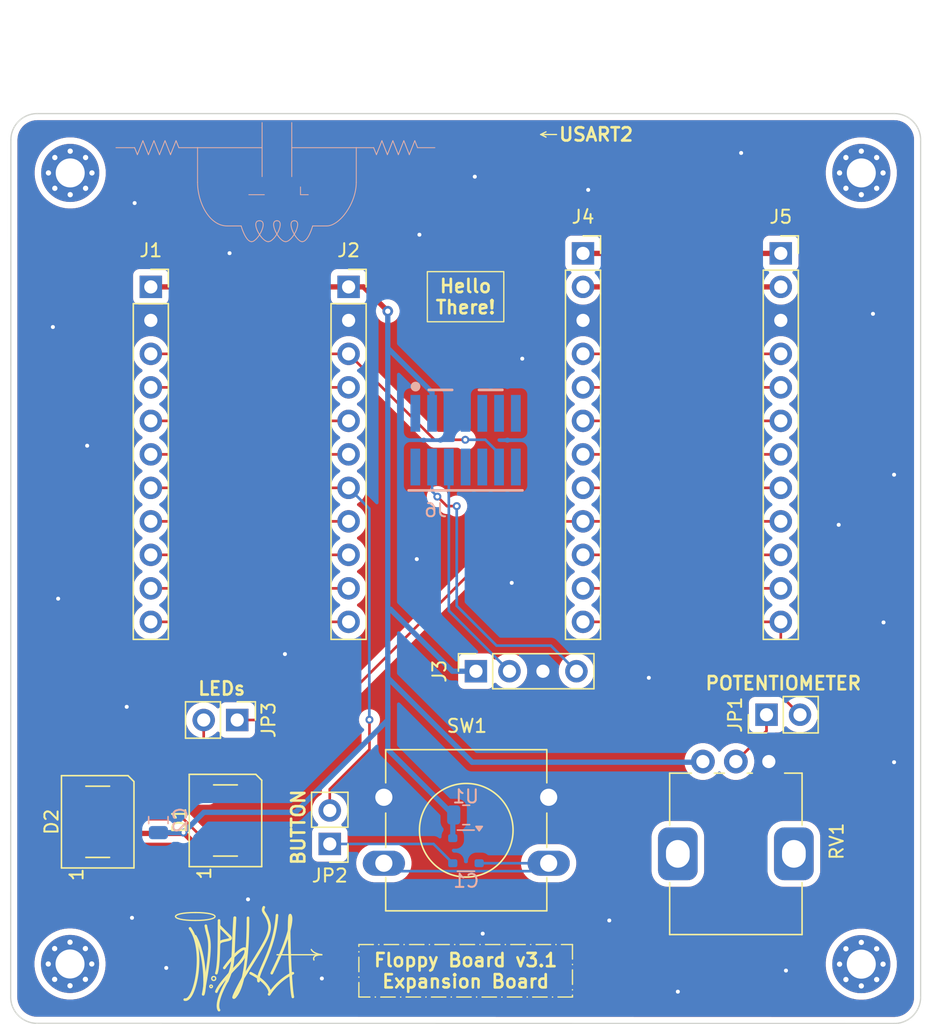
<source format=kicad_pcb>
(kicad_pcb (version 20241229) (generator "pcbnew") (generator_version "9.0")
  (layers (0 "F.Cu" signal) (2 "B.Cu" signal) (13 "F.Paste" user) (15 "B.Paste" user) (5 "F.SilkS" user "F.Silkscreen") (7 "B.SilkS" user "B.Silkscreen") (1 "F.Mask" user) (3 "B.Mask" user) (25 "Edge.Cuts" user))
  (net 0 "")
  (net 1 "GND")
  (net 2 "/3V3")
  (net 3 "Net-(D1-DOUT)")
  (net 4 "Net-(D1-DIN)")
  (net 6 "/PA3")
  (net 7 "/PC14")
  (net 8 "/PC15")
  (net 9 "/PA1")
  (net 10 "/NRST")
  (net 11 "/PA4")
  (net 12 "/PA2")
  (net 13 "/PB7")
  (net 14 "/PA0")
  (net 15 "/PA13")
  (net 16 "/PA14")
  (net 17 "/PB0")
  (net 18 "/PA11")
  (net 19 "/PB3")
  (net 20 "/PA12")
  (net 21 "/VIN")
  (net 22 "/VUSB")
  (net 23 "/PA7")
  (net 24 "/PA6")
  (net 25 "/T_SWD")
  (net 26 "/T_SCK")
  (net 29 "/PA5")
  (net 36 "Net-(JP1-A)")
  (net 37 "Net-(JP2-A)")
  (net 38 "Net-(U1-IN)")
  (footprint "Button_Switch_THT:SW_PUSH-12mm" (layer "F.Cu") (at 108.9025 116.26)
    (property "Reference" "SW1" (at 6.2975 -5.41 0) (layer "F.SilkS"))
    (property "Value" "USR_BTN")
    (fp_line (start 0.14 -3.61) (end 0.14 -1.1) (stroke (width 0.12)) (layer "F.SilkS"))
    (fp_line (start 0.14 -3.61) (end 12.36 -3.61) (stroke (width 0.12)) (layer "F.SilkS"))
    (fp_line (start 0.14 1.2) (end 0.14 3.8) (stroke (width 0.12)) (layer "F.SilkS"))
    (fp_line (start 0.14 6.1) (end 0.14 8.61) (stroke (width 0.12)) (layer "F.SilkS"))
    (fp_line (start 12.36 -3.61) (end 12.36 -1.1) (stroke (width 0.12)) (layer "F.SilkS"))
    (fp_line (start 12.36 1.2) (end 12.36 3.8) (stroke (width 0.12)) (layer "F.SilkS"))
    (fp_line (start 12.36 6.1) (end 12.36 8.61) (stroke (width 0.12)) (layer "F.SilkS"))
    (fp_line (start 12.36 8.61) (end 0.14 8.61) (stroke (width 0.12)) (layer "F.SilkS"))
    (fp_circle (center 6.25 2.5) (end 9.8 2.5) (stroke (width 0.12)) (fill no) (layer "F.SilkS"))
    (pad "1" thru_hole oval (at 0 0) (size 3.2 1.9) (drill 1.3) (layers "*.Cu" "*.Mask") (net 1 "GND"))
    (pad "1" thru_hole oval (at 12.5 0) (size 3.2 1.9) (drill 1.3) (layers "*.Cu" "*.Mask") (net 1 "GND"))
    (pad "2" thru_hole oval (at 0 5) (size 3.2 1.9) (drill 1.3) (layers "*.Cu" "*.Mask") (net 38 "Net-(U1-IN)"))
    (pad "2" thru_hole oval (at 12.5 5) (size 3.2 1.9) (drill 1.3) (layers "*.Cu" "*.Mask") (net 38 "Net-(U1-IN)"))
  )
  (footprint "Potentiometer_THT:Potentiometer_Alps_RK09K_Single_Vertical" (layer "F.Cu") (at 138.1 113.55 -90)
    (property "Reference" "RV1" (at 6.05 -5.15 90) (layer "F.SilkS"))
    (property "Value" "USR_POT")
    (fp_line (start 0.88 7.52) (end 4.817 7.52) (stroke (width 0.12)) (layer "F.SilkS"))
    (fp_line (start 9.184 7.52) (end 13.12 7.52) (stroke (width 0.12)) (layer "F.SilkS"))
    (fp_line (start 0.88 5.87) (end 0.88 7.52) (stroke (width 0.12)) (layer "F.SilkS"))
    (fp_line (start 0.88 3.371) (end 0.88 4.13) (stroke (width 0.12)) (layer "F.SilkS"))
    (fp_line (start 0.88 1.25) (end 0.88 1.63) (stroke (width 0.12)) (layer "F.SilkS"))
    (fp_line (start 0.88 -2.521) (end 0.88 -1.2) (stroke (width 0.12)) (layer "F.SilkS"))
    (fp_line (start 0.88 -2.521) (end 4.817 -2.521) (stroke (width 0.12)) (layer "F.SilkS"))
    (fp_line (start 9.184 -2.521) (end 13.12 -2.521) (stroke (width 0.12)) (layer "F.SilkS"))
    (fp_line (start 13.12 -2.521) (end 13.12 7.52) (stroke (width 0.12)) (layer "F.SilkS"))
    (pad "1" thru_hole rect (at 0 0 270) (size 1.8 1.8) (drill 1) (layers "*.Cu" "*.Mask") (net 1 "GND"))
    (pad "2" thru_hole circle (at 0 2.5 270) (size 1.8 1.8) (drill 1) (layers "*.Cu" "*.Mask") (net 36 "Net-(JP1-A)"))
    (pad "3" thru_hole circle (at 0 5 270) (size 1.8 1.8) (drill 1) (layers "*.Cu" "*.Mask") (net 2 "/3V3"))
    (pad "MP" thru_hole roundrect (at 7 -1.9 270) (size 4 3) (drill oval 2.1 1.8) (layers "*.Cu" "*.Mask"))
    (pad "MP" thru_hole roundrect (at 7 6.9 270) (size 4 3) (drill oval 2.1 1.8) (layers "*.Cu" "*.Mask"))
  )
  (footprint "LED_SMD:LED_WS2812B_PLCC4_5.0x5.0mm_P3.2mm" (layer "F.Cu") (at 96.89 118.02 90)
    (property "Reference" "D1" (at 0 -3.5 90) (layer "F.SilkS"))
    (property "Value" "USR_LED1")
    (fp_line (start -3.5 -2.75) (end 3.5 -2.75) (stroke (width 0.12)) (layer "F.SilkS"))
    (fp_line (start -3.5 -2.75) (end -3.5 2.75) (stroke (width 0.12)) (layer "F.SilkS"))
    (fp_line (start 2.7 0.9) (end 2.7 -0.9) (stroke (width 0.12)) (layer "F.SilkS"))
    (fp_line (start -2.7 0.9) (end -2.7 -0.9) (stroke (width 0.12)) (layer "F.SilkS"))
    (fp_line (start 3.5 2.3) (end 3.5 -2.75) (stroke (width 0.12)) (layer "F.SilkS"))
    (fp_line (start 3.05 2.75) (end 3.5 2.3) (stroke (width 0.12)) (layer "F.SilkS"))
    (fp_line (start -3.5 2.75) (end 3.05 2.75) (stroke (width 0.12)) (layer "F.SilkS"))
    (fp_text user "1" (at -4 -1.6 90) (layer "F.SilkS"))
    (pad "1" smd roundrect (at -2.45 -1.65 90) (size 1.5 0.9) (layers "F.Cu" "F.Mask" "F.Paste") (roundrect_rratio 0.1) (net 2 "/3V3"))
    (pad "2" smd roundrect (at -2.45 1.65 90) (size 1.5 0.9) (layers "F.Cu" "F.Mask" "F.Paste") (roundrect_rratio 0.1) (net 3 "Net-(D1-DOUT)"))
    (pad "3" smd roundrect (at 2.45 1.65 90) (size 1.5 0.9) (layers "F.Cu" "F.Mask" "F.Paste") (roundrect_rratio 0.1) (net 1 "GND"))
    (pad "4" smd roundrect (at 2.45 -1.65 90) (size 1.5 0.9) (layers "F.Cu" "F.Mask" "F.Paste") (roundrect_rratio 0.1) (net 4 "Net-(D1-DIN)"))
  )
  (footprint "MountingHole:MountingHole_2.2mm_M2_Pad_Via" (layer "F.Cu") (at 85.1142 68.9142)
    (property "Reference" "H1" (hide yes))
    (property "Value" "MountingHole")
    (pad "1" thru_hole circle (at -1.65 0) (size 0.7 0.7) (drill 0.4) (layers "*.Cu" "*.Mask"))
    (pad "1" thru_hole circle (at -1.166726 -1.166726) (size 0.7 0.7) (drill 0.4) (layers "*.Cu" "*.Mask"))
    (pad "1" thru_hole circle (at -1.166726 1.166726) (size 0.7 0.7) (drill 0.4) (layers "*.Cu" "*.Mask"))
    (pad "1" thru_hole circle (at 0 -1.65) (size 0.7 0.7) (drill 0.4) (layers "*.Cu" "*.Mask"))
    (pad "1" thru_hole circle (at 0 0) (size 4.4 4.4) (drill 2.2) (layers "*.Cu" "*.Mask"))
    (pad "1" thru_hole circle (at 0 1.65) (size 0.7 0.7) (drill 0.4) (layers "*.Cu" "*.Mask"))
    (pad "1" thru_hole circle (at 1.166726 -1.166726) (size 0.7 0.7) (drill 0.4) (layers "*.Cu" "*.Mask"))
    (pad "1" thru_hole circle (at 1.166726 1.166726) (size 0.7 0.7) (drill 0.4) (layers "*.Cu" "*.Mask"))
    (pad "1" thru_hole circle (at 1.65 0) (size 0.7 0.7) (drill 0.4) (layers "*.Cu" "*.Mask"))
  )
  (footprint "Connector_PinHeader_2.54mm:PinHeader_1x02_P2.54mm_Vertical" (layer "F.Cu") (at 104.8 119.8 180)
    (property "Reference" "JP2" (at 0 -2.4 0) (layer "F.SilkS"))
    (property "Value" "BTN_JMP")
    (fp_line (start 1.38 1.27) (end 1.38 3.92) (stroke (width 0.12)) (layer "F.SilkS"))
    (fp_line (start -1.38 3.92) (end 1.38 3.92) (stroke (width 0.12)) (layer "F.SilkS"))
    (fp_line (start -1.38 1.27) (end 1.38 1.27) (stroke (width 0.12)) (layer "F.SilkS"))
    (fp_line (start -1.38 1.27) (end -1.38 3.92) (stroke (width 0.12)) (layer "F.SilkS"))
    (fp_line (start -1.38 0) (end -1.38 -1.38) (stroke (width 0.12)) (layer "F.SilkS"))
    (fp_line (start -1.38 -1.38) (end 0 -1.38) (stroke (width 0.12)) (layer "F.SilkS"))
    (pad "1" thru_hole rect (at 0 0 180) (size 1.7 1.7) (drill 1) (layers "*.Cu" "*.Mask") (net 37 "Net-(JP2-A)"))
    (pad "2" thru_hole circle (at 0 2.54 180) (size 1.7 1.7) (drill 1) (layers "*.Cu" "*.Mask") (net 14 "/PA0"))
  )
  (footprint "LED_SMD:LED_WS2812B_PLCC4_5.0x5.0mm_P3.2mm" (layer "F.Cu") (at 87.2 118.12 90)
    (property "Reference" "D2" (at 0 -3.5 90) (layer "F.SilkS"))
    (property "Value" "USR_LED2")
    (fp_line (start -3.5 -2.75) (end 3.5 -2.75) (stroke (width 0.12)) (layer "F.SilkS"))
    (fp_line (start -3.5 -2.75) (end -3.5 2.75) (stroke (width 0.12)) (layer "F.SilkS"))
    (fp_line (start 2.7 0.9) (end 2.7 -0.9) (stroke (width 0.12)) (layer "F.SilkS"))
    (fp_line (start -2.7 0.9) (end -2.7 -0.9) (stroke (width 0.12)) (layer "F.SilkS"))
    (fp_line (start 3.5 2.3) (end 3.5 -2.75) (stroke (width 0.12)) (layer "F.SilkS"))
    (fp_line (start 3.05 2.75) (end 3.5 2.3) (stroke (width 0.12)) (layer "F.SilkS"))
    (fp_line (start -3.5 2.75) (end 3.05 2.75) (stroke (width 0.12)) (layer "F.SilkS"))
    (fp_text user "1" (at -4 -1.6 90) (layer "F.SilkS"))
    (pad "1" smd roundrect (at -2.45 -1.65 90) (size 1.5 0.9) (layers "F.Cu" "F.Mask" "F.Paste") (roundrect_rratio 0.1) (net 2 "/3V3"))
    (pad "2" smd roundrect (at -2.45 1.65 90) (size 1.5 0.9) (layers "F.Cu" "F.Mask" "F.Paste") (roundrect_rratio 0.1))
    (pad "3" smd roundrect (at 2.45 1.65 90) (size 1.5 0.9) (layers "F.Cu" "F.Mask" "F.Paste") (roundrect_rratio 0.1) (net 1 "GND"))
    (pad "4" smd roundrect (at 2.45 -1.65 90) (size 1.5 0.9) (layers "F.Cu" "F.Mask" "F.Paste") (roundrect_rratio 0.1) (net 3 "Net-(D1-DOUT)"))
  )
  (footprint "Connector_PinHeader_2.54mm:PinHeader_1x02_P2.54mm_Vertical" (layer "F.Cu") (at 97.78 110.4 -90)
    (property "Reference" "JP3" (at 0 -2.38 90) (layer "F.SilkS"))
    (property "Value" "LED_JMP")
    (fp_line (start -1.38 3.92) (end 1.38 3.92) (stroke (width 0.12)) (layer "F.SilkS"))
    (fp_line (start -1.38 1.27) (end -1.38 3.92) (stroke (width 0.12)) (layer "F.SilkS"))
    (fp_line (start -1.38 1.27) (end 1.38 1.27) (stroke (width 0.12)) (layer "F.SilkS"))
    (fp_line (start 1.38 1.27) (end 1.38 3.92) (stroke (width 0.12)) (layer "F.SilkS"))
    (fp_line (start -1.38 0) (end -1.38 -1.38) (stroke (width 0.12)) (layer "F.SilkS"))
    (fp_line (start -1.38 -1.38) (end 0 -1.38) (stroke (width 0.12)) (layer "F.SilkS"))
    (pad "1" thru_hole rect (at 0 0 270) (size 1.7 1.7) (drill 1) (layers "*.Cu" "*.Mask") (net 17 "/PB0"))
    (pad "2" thru_hole circle (at 0 2.54 270) (size 1.7 1.7) (drill 1) (layers "*.Cu" "*.Mask") (net 4 "Net-(D1-DIN)"))
  )
  (footprint "Connector_PinSocket_2.54mm:PinSocket_1x12_P2.54mm_Vertical" (layer "F.Cu") (at 139.008414 75.01644)
    (property "Reference" "J5" (at 0 -2.77 0) (layer "F.SilkS"))
    (property "Value" "Right_Bank_Free_Socket")
    (fp_line (start -1.33 1.27) (end -1.33 29.27) (stroke (width 0.12)) (layer "F.SilkS"))
    (fp_line (start -1.33 1.27) (end 1.33 1.27) (stroke (width 0.12)) (layer "F.SilkS"))
    (fp_line (start -1.33 29.27) (end 1.33 29.27) (stroke (width 0.12)) (layer "F.SilkS"))
    (fp_line (start 0 -1.33) (end 1.33 -1.33) (stroke (width 0.12)) (layer "F.SilkS"))
    (fp_line (start 1.33 -1.33) (end 1.33 0) (stroke (width 0.12)) (layer "F.SilkS"))
    (fp_line (start 1.33 1.27) (end 1.33 29.27) (stroke (width 0.12)) (layer "F.SilkS"))
    (pad "1" thru_hole rect (at 0 0) (size 1.7 1.7) (drill 1) (layers "*.Cu" "*.Mask") (net 22 "/VUSB"))
    (pad "2" thru_hole circle (at 0 2.54) (size 1.7 1.7) (drill 1) (layers "*.Cu" "*.Mask") (net 21 "/VIN"))
    (pad "3" thru_hole circle (at 0 5.08) (size 1.7 1.7) (drill 1) (layers "*.Cu" "*.Mask") (net 1 "GND"))
    (pad "4" thru_hole circle (at 0 7.62) (size 1.7 1.7) (drill 1) (layers "*.Cu" "*.Mask") (net 19 "/PB3"))
    (pad "5" thru_hole circle (at 0 10.16) (size 1.7 1.7) (drill 1) (layers "*.Cu" "*.Mask") (net 16 "/PA14"))
    (pad "6" thru_hole circle (at 0 12.7) (size 1.7 1.7) (drill 1) (layers "*.Cu" "*.Mask") (net 15 "/PA13"))
    (pad "7" thru_hole circle (at 0 15.24) (size 1.7 1.7) (drill 1) (layers "*.Cu" "*.Mask") (net 20 "/PA12"))
    (pad "8" thru_hole circle (at 0 17.78) (size 1.7 1.7) (drill 1) (layers "*.Cu" "*.Mask") (net 18 "/PA11"))
    (pad "9" thru_hole circle (at 0 20.32) (size 1.7 1.7) (drill 1) (layers "*.Cu" "*.Mask") (net 17 "/PB0"))
    (pad "10" thru_hole circle (at 0 22.86) (size 1.7 1.7) (drill 1) (layers "*.Cu" "*.Mask") (net 23 "/PA7"))
    (pad "11" thru_hole circle (at 0 25.4) (size 1.7 1.7) (drill 1) (layers "*.Cu" "*.Mask") (net 24 "/PA6"))
    (pad "12" thru_hole circle (at 0 27.94) (size 1.7 1.7) (drill 1) (layers "*.Cu" "*.Mask") (net 29 "/PA5"))
  )
  (footprint "Connector_PinSocket_2.54mm:PinSocket_1x11_P2.54mm_Vertical" (layer "F.Cu") (at 91.228414 77.55644)
    (property "Reference" "J1" (at 0 -2.77 0) (layer "F.SilkS"))
    (property "Value" "Left_Bank_Free_Socket")
    (fp_line (start -1.33 1.27) (end -1.33 26.73) (stroke (width 0.12)) (layer "F.SilkS"))
    (fp_line (start -1.33 1.27) (end 1.33 1.27) (stroke (width 0.12)) (layer "F.SilkS"))
    (fp_line (start -1.33 26.73) (end 1.33 26.73) (stroke (width 0.12)) (layer "F.SilkS"))
    (fp_line (start 0 -1.33) (end 1.33 -1.33) (stroke (width 0.12)) (layer "F.SilkS"))
    (fp_line (start 1.33 -1.33) (end 1.33 0) (stroke (width 0.12)) (layer "F.SilkS"))
    (fp_line (start 1.33 1.27) (end 1.33 26.73) (stroke (width 0.12)) (layer "F.SilkS"))
    (pad "1" thru_hole rect (at 0 0) (size 1.7 1.7) (drill 1) (layers "*.Cu" "*.Mask") (net 2 "/3V3"))
    (pad "2" thru_hole circle (at 0 2.54) (size 1.7 1.7) (drill 1) (layers "*.Cu" "*.Mask") (net 1 "GND"))
    (pad "3" thru_hole circle (at 0 5.08) (size 1.7 1.7) (drill 1) (layers "*.Cu" "*.Mask") (net 10 "/NRST"))
    (pad "4" thru_hole circle (at 0 7.62) (size 1.7 1.7) (drill 1) (layers "*.Cu" "*.Mask") (net 13 "/PB7"))
    (pad "5" thru_hole circle (at 0 10.16) (size 1.7 1.7) (drill 1) (layers "*.Cu" "*.Mask") (net 7 "/PC14"))
    (pad "6" thru_hole circle (at 0 12.7) (size 1.7 1.7) (drill 1) (layers "*.Cu" "*.Mask") (net 8 "/PC15"))
    (pad "7" thru_hole circle (at 0 15.24) (size 1.7 1.7) (drill 1) (layers "*.Cu" "*.Mask") (net 14 "/PA0"))
    (pad "8" thru_hole circle (at 0 17.78) (size 1.7 1.7) (drill 1) (layers "*.Cu" "*.Mask") (net 9 "/PA1"))
    (pad "9" thru_hole circle (at 0 20.32) (size 1.7 1.7) (drill 1) (layers "*.Cu" "*.Mask") (net 12 "/PA2"))
    (pad "10" thru_hole circle (at 0 22.86) (size 1.7 1.7) (drill 1) (layers "*.Cu" "*.Mask") (net 6 "/PA3"))
    (pad "11" thru_hole circle (at 0 25.4) (size 1.7 1.7) (drill 1) (layers "*.Cu" "*.Mask") (net 11 "/PA4"))
  )
  (footprint "Connector_PinSocket_2.54mm:PinSocket_1x04_P2.54mm_Vertical" (layer "F.Cu") (at 115.888414 106.70144 90)
    (property "Reference" "J3" (at 0 -2.77 90) (layer "F.SilkS"))
    (property "Value" "STLink_Board_Conn")
    (fp_line (start 1.33 -1.33) (end 1.33 0) (stroke (width 0.12)) (layer "F.SilkS"))
    (fp_line (start 0 -1.33) (end 1.33 -1.33) (stroke (width 0.12)) (layer "F.SilkS"))
    (fp_line (start 1.33 1.27) (end 1.33 8.95) (stroke (width 0.12)) (layer "F.SilkS"))
    (fp_line (start -1.33 1.27) (end 1.33 1.27) (stroke (width 0.12)) (layer "F.SilkS"))
    (fp_line (start -1.33 1.27) (end -1.33 8.95) (stroke (width 0.12)) (layer "F.SilkS"))
    (fp_line (start -1.33 8.95) (end 1.33 8.95) (stroke (width 0.12)) (layer "F.SilkS"))
    (pad "1" thru_hole rect (at 0 0 90) (size 1.7 1.7) (drill 1) (layers "*.Cu" "*.Mask") (net 2 "/3V3"))
    (pad "2" thru_hole circle (at 0 2.54 90) (size 1.7 1.7) (drill 1) (layers "*.Cu" "*.Mask") (net 26 "/T_SCK"))
    (pad "3" thru_hole circle (at 0 5.08 90) (size 1.7 1.7) (drill 1) (layers "*.Cu" "*.Mask") (net 1 "GND"))
    (pad "4" thru_hole circle (at 0 7.62 90) (size 1.7 1.7) (drill 1) (layers "*.Cu" "*.Mask") (net 25 "/T_SWD"))
  )
  (footprint "MountingHole:MountingHole_2.2mm_M2_Pad_Via" (layer "F.Cu") (at 145.1142 128.914278)
    (property "Reference" "H3" (hide yes))
    (property "Value" "MountingHole")
    (pad "1" thru_hole circle (at -1.65 0) (size 0.7 0.7) (drill 0.4) (layers "*.Cu" "*.Mask"))
    (pad "1" thru_hole circle (at -1.166726 -1.166726) (size 0.7 0.7) (drill 0.4) (layers "*.Cu" "*.Mask"))
    (pad "1" thru_hole circle (at -1.166726 1.166726) (size 0.7 0.7) (drill 0.4) (layers "*.Cu" "*.Mask"))
    (pad "1" thru_hole circle (at 0 -1.65) (size 0.7 0.7) (drill 0.4) (layers "*.Cu" "*.Mask"))
    (pad "1" thru_hole circle (at 0 0) (size 4.4 4.4) (drill 2.2) (layers "*.Cu" "*.Mask"))
    (pad "1" thru_hole circle (at 0 1.65) (size 0.7 0.7) (drill 0.4) (layers "*.Cu" "*.Mask"))
    (pad "1" thru_hole circle (at 1.166726 -1.166726) (size 0.7 0.7) (drill 0.4) (layers "*.Cu" "*.Mask"))
    (pad "1" thru_hole circle (at 1.166726 1.166726) (size 0.7 0.7) (drill 0.4) (layers "*.Cu" "*.Mask"))
    (pad "1" thru_hole circle (at 1.65 0) (size 0.7 0.7) (drill 0.4) (layers "*.Cu" "*.Mask"))
  )
  (footprint "Connector_PinSocket_2.54mm:PinSocket_1x12_P2.54mm_Vertical" (layer "F.Cu") (at 124.008414 75.01644)
    (property "Reference" "J4" (at 0 -2.77 0) (layer "F.SilkS"))
    (property "Value" "Right_Bank_Board_Socket")
    (fp_line (start -1.33 1.27) (end -1.33 29.27) (stroke (width 0.12)) (layer "F.SilkS"))
    (fp_line (start -1.33 1.27) (end 1.33 1.27) (stroke (width 0.12)) (layer "F.SilkS"))
    (fp_line (start -1.33 29.27) (end 1.33 29.27) (stroke (width 0.12)) (layer "F.SilkS"))
    (fp_line (start 0 -1.33) (end 1.33 -1.33) (stroke (width 0.12)) (layer "F.SilkS"))
    (fp_line (start 1.33 -1.33) (end 1.33 0) (stroke (width 0.12)) (layer "F.SilkS"))
    (fp_line (start 1.33 1.27) (end 1.33 29.27) (stroke (width 0.12)) (layer "F.SilkS"))
    (pad "1" thru_hole rect (at 0 0) (size 1.7 1.7) (drill 1) (layers "*.Cu" "*.Mask") (net 22 "/VUSB"))
    (pad "2" thru_hole circle (at 0 2.54) (size 1.7 1.7) (drill 1) (layers "*.Cu" "*.Mask") (net 21 "/VIN"))
    (pad "3" thru_hole circle (at 0 5.08) (size 1.7 1.7) (drill 1) (layers "*.Cu" "*.Mask") (net 1 "GND"))
    (pad "4" thru_hole circle (at 0 7.62) (size 1.7 1.7) (drill 1) (layers "*.Cu" "*.Mask") (net 19 "/PB3"))
    (pad "5" thru_hole circle (at 0 10.16) (size 1.7 1.7) (drill 1) (layers "*.Cu" "*.Mask") (net 16 "/PA14"))
    (pad "6" thru_hole circle (at 0 12.7) (size 1.7 1.7) (drill 1) (layers "*.Cu" "*.Mask") (net 15 "/PA13"))
    (pad "7" thru_hole circle (at 0 15.24) (size 1.7 1.7) (drill 1) (layers "*.Cu" "*.Mask") (net 20 "/PA12"))
    (pad "8" thru_hole circle (at 0 17.78) (size 1.7 1.7) (drill 1) (layers "*.Cu" "*.Mask") (net 18 "/PA11"))
    (pad "9" thru_hole circle (at 0 20.32) (size 1.7 1.7) (drill 1) (layers "*.Cu" "*.Mask") (net 17 "/PB0"))
    (pad "10" thru_hole circle (at 0 22.86) (size 1.7 1.7) (drill 1) (layers "*.Cu" "*.Mask") (net 23 "/PA7"))
    (pad "11" thru_hole circle (at 0 25.4) (size 1.7 1.7) (drill 1) (layers "*.Cu" "*.Mask") (net 24 "/PA6"))
    (pad "12" thru_hole circle (at 0 27.94) (size 1.7 1.7) (drill 1) (layers "*.Cu" "*.Mask") (net 29 "/PA5"))
  )
  (footprint "MountingHole:MountingHole_2.2mm_M2_Pad_Via" (layer "F.Cu") (at 85.099986 128.899964)
    (property "Reference" "H4" (hide yes))
    (property "Value" "MountingHole")
    (pad "1" thru_hole circle (at -1.65 0) (size 0.7 0.7) (drill 0.4) (layers "*.Cu" "*.Mask"))
    (pad "1" thru_hole circle (at -1.166726 -1.166726) (size 0.7 0.7) (drill 0.4) (layers "*.Cu" "*.Mask"))
    (pad "1" thru_hole circle (at -1.166726 1.166726) (size 0.7 0.7) (drill 0.4) (layers "*.Cu" "*.Mask"))
    (pad "1" thru_hole circle (at 0 -1.65) (size 0.7 0.7) (drill 0.4) (layers "*.Cu" "*.Mask"))
    (pad "1" thru_hole circle (at 0 0) (size 4.4 4.4) (drill 2.2) (layers "*.Cu" "*.Mask"))
    (pad "1" thru_hole circle (at 0 1.65) (size 0.7 0.7) (drill 0.4) (layers "*.Cu" "*.Mask"))
    (pad "1" thru_hole circle (at 1.166726 -1.166726) (size 0.7 0.7) (drill 0.4) (layers "*.Cu" "*.Mask"))
    (pad "1" thru_hole circle (at 1.166726 1.166726) (size 0.7 0.7) (drill 0.4) (layers "*.Cu" "*.Mask"))
    (pad "1" thru_hole circle (at 1.65 0) (size 0.7 0.7) (drill 0.4) (layers "*.Cu" "*.Mask"))
  )
  (footprint "Connector_PinHeader_2.54mm:PinHeader_1x02_P2.54mm_Vertical" (layer "F.Cu") (at 137.925 110 90)
    (property "Reference" "JP1" (at 0 -2.38 90) (layer "F.SilkS"))
    (property "Value" "POT_JMP")
    (fp_line (start -1.38 -1.38) (end 0 -1.38) (stroke (width 0.12)) (layer "F.SilkS"))
    (fp_line (start -1.38 0) (end -1.38 -1.38) (stroke (width 0.12)) (layer "F.SilkS"))
    (fp_line (start 1.38 1.27) (end 1.38 3.92) (stroke (width 0.12)) (layer "F.SilkS"))
    (fp_line (start -1.38 1.27) (end 1.38 1.27) (stroke (width 0.12)) (layer "F.SilkS"))
    (fp_line (start -1.38 1.27) (end -1.38 3.92) (stroke (width 0.12)) (layer "F.SilkS"))
    (fp_line (start -1.38 3.92) (end 1.38 3.92) (stroke (width 0.12)) (layer "F.SilkS"))
    (pad "1" thru_hole rect (at 0 0 90) (size 1.7 1.7) (drill 1) (layers "*.Cu" "*.Mask") (net 36 "Net-(JP1-A)"))
    (pad "2" thru_hole circle (at 0 2.54 90) (size 1.7 1.7) (drill 1) (layers "*.Cu" "*.Mask") (net 29 "/PA5"))
  )
  (footprint "Connector_PinSocket_2.54mm:PinSocket_1x11_P2.54mm_Vertical" (layer "F.Cu") (at 106.228414 77.55644)
    (property "Reference" "J2" (at 0 -2.77 0) (layer "F.SilkS"))
    (property "Value" "Left_Bank_Board_Socket")
    (fp_line (start -1.33 1.27) (end -1.33 26.73) (stroke (width 0.12)) (layer "F.SilkS"))
    (fp_line (start -1.33 1.27) (end 1.33 1.27) (stroke (width 0.12)) (layer "F.SilkS"))
    (fp_line (start -1.33 26.73) (end 1.33 26.73) (stroke (width 0.12)) (layer "F.SilkS"))
    (fp_line (start 0 -1.33) (end 1.33 -1.33) (stroke (width 0.12)) (layer "F.SilkS"))
    (fp_line (start 1.33 -1.33) (end 1.33 0) (stroke (width 0.12)) (layer "F.SilkS"))
    (fp_line (start 1.33 1.27) (end 1.33 26.73) (stroke (width 0.12)) (layer "F.SilkS"))
    (pad "1" thru_hole rect (at 0 0) (size 1.7 1.7) (drill 1) (layers "*.Cu" "*.Mask") (net 2 "/3V3"))
    (pad "2" thru_hole circle (at 0 2.54) (size 1.7 1.7) (drill 1) (layers "*.Cu" "*.Mask") (net 1 "GND"))
    (pad "3" thru_hole circle (at 0 5.08) (size 1.7 1.7) (drill 1) (layers "*.Cu" "*.Mask") (net 10 "/NRST"))
    (pad "4" thru_hole circle (at 0 7.62) (size 1.7 1.7) (drill 1) (layers "*.Cu" "*.Mask") (net 13 "/PB7"))
    (pad "5" thru_hole circle (at 0 10.16) (size 1.7 1.7) (drill 1) (layers "*.Cu" "*.Mask") (net 7 "/PC14"))
    (pad "6" thru_hole circle (at 0 12.7) (size 1.7 1.7) (drill 1) (layers "*.Cu" "*.Mask") (net 8 "/PC15"))
    (pad "7" thru_hole circle (at 0 15.24) (size 1.7 1.7) (drill 1) (layers "*.Cu" "*.Mask") (net 14 "/PA0"))
    (pad "8" thru_hole circle (at 0 17.78) (size 1.7 1.7) (drill 1) (layers "*.Cu" "*.Mask") (net 9 "/PA1"))
    (pad "9" thru_hole circle (at 0 20.32) (size 1.7 1.7) (drill 1) (layers "*.Cu" "*.Mask") (net 12 "/PA2"))
    (pad "10" thru_hole circle (at 0 22.86) (size 1.7 1.7) (drill 1) (layers "*.Cu" "*.Mask") (net 6 "/PA3"))
    (pad "11" thru_hole circle (at 0 25.4) (size 1.7 1.7) (drill 1) (layers "*.Cu" "*.Mask") (net 11 "/PA4"))
  )
  (footprint "MountingHole:MountingHole_2.2mm_M2_Pad_Via" (layer "F.Cu") (at 145.1142 68.9142)
    (property "Reference" "H2" (hide yes))
    (property "Value" "MountingHole")
    (pad "1" thru_hole circle (at -1.65 0) (size 0.7 0.7) (drill 0.4) (layers "*.Cu" "*.Mask"))
    (pad "1" thru_hole circle (at -1.166726 -1.166726) (size 0.7 0.7) (drill 0.4) (layers "*.Cu" "*.Mask"))
    (pad "1" thru_hole circle (at -1.166726 1.166726) (size 0.7 0.7) (drill 0.4) (layers "*.Cu" "*.Mask"))
    (pad "1" thru_hole circle (at 0 -1.65) (size 0.7 0.7) (drill 0.4) (layers "*.Cu" "*.Mask"))
    (pad "1" thru_hole circle (at 0 0) (size 4.4 4.4) (drill 2.2) (layers "*.Cu" "*.Mask"))
    (pad "1" thru_hole circle (at 0 1.65) (size 0.7 0.7) (drill 0.4) (layers "*.Cu" "*.Mask"))
    (pad "1" thru_hole circle (at 1.166726 -1.166726) (size 0.7 0.7) (drill 0.4) (layers "*.Cu" "*.Mask"))
    (pad "1" thru_hole circle (at 1.166726 1.166726) (size 0.7 0.7) (drill 0.4) (layers "*.Cu" "*.Mask"))
    (pad "1" thru_hole circle (at 1.65 0) (size 0.7 0.7) (drill 0.4) (layers "*.Cu" "*.Mask"))
  )
  (footprint "Package_TO_SOT_SMD:SOT-143" (layer "B.Cu") (at 115.13 120.31 180)
    (property "Reference" "U1" (at 0.02 4.11 0) (layer "B.SilkS") (effects (justify mirror)))
    (property "Value" "MAX6816")
    (fp_line (start 0.65 1.56) (end -0.62 1.56) (stroke (width 0.12)) (layer "B.SilkS"))
    (fp_line (start -0.65 -1.56) (end 0.65 -1.56) (stroke (width 0.12)) (layer "B.SilkS"))
    (fp_poly (pts (xy -1 1.51) (xy -1.24 1.84) (xy -0.76 1.84) (xy -1 1.51)) (stroke (width 0.12)) (fill yes) (layer "B.SilkS"))
    (pad "1" smd roundrect (at -1 0.75 180) (size 0.7 1) (layers "B.Cu" "B.Mask" "B.Paste") (net 1 "GND"))
    (pad "2" smd roundrect (at -1 -0.95 180) (size 0.7 0.6) (layers "B.Cu" "B.Mask" "B.Paste") (net 38 "Net-(U1-IN)"))
    (pad "3" smd roundrect (at 1 -0.95 180) (size 0.7 0.6) (layers "B.Cu" "B.Mask" "B.Paste") (net 37 "Net-(JP2-A)"))
    (pad "4" smd roundrect (at 1 0.95 180) (size 0.7 0.6) (layers "B.Cu" "B.Mask" "B.Paste") (net 2 "/3V3"))
  )
  (footprint "Capacitor_SMD:C_0805_2012Metric" (layer "B.Cu") (at 91.8 117.99 90)
    (property "Reference" "C2" (at 0 1.68 90) (layer "B.SilkS") (effects (justify mirror)))
    (property "Value" "0.1u")
    (fp_line (start -0.261252 -0.735) (end 0.261252 -0.735) (stroke (width 0.12)) (layer "B.SilkS"))
    (fp_line (start -0.261252 0.735) (end 0.261252 0.735) (stroke (width 0.12)) (layer "B.SilkS"))
    (pad "1" smd roundrect (at -0.95 0 90) (size 1 1.45) (layers "B.Cu" "B.Mask" "B.Paste") (net 2 "/3V3"))
    (pad "2" smd roundrect (at 0.95 0 90) (size 1 1.45) (layers "B.Cu" "B.Mask" "B.Paste") (net 1 "GND"))
  )
  (footprint "Capacitor_SMD:C_0805_2012Metric" (layer "B.Cu") (at 115.15 117.6)
    (property "Reference" "C1" (at 0 5 0) (layer "B.SilkS") (effects (justify mirror)))
    (property "Value" "0.1u")
    (fp_line (start -0.261252 -0.735) (end 0.261252 -0.735) (stroke (width 0.12)) (layer "B.SilkS"))
    (fp_line (start -0.261252 0.735) (end 0.261252 0.735) (stroke (width 0.12)) (layer "B.SilkS"))
    (pad "1" smd roundrect (at -0.95 0) (size 1 1.45) (layers "B.Cu" "B.Mask" "B.Paste") (net 2 "/3V3"))
    (pad "2" smd roundrect (at 0.95 0) (size 1 1.45) (layers "B.Cu" "B.Mask" "B.Paste") (net 1 "GND"))
  )
  (footprint "SAMTEC_FTSH-107-01-L-DV-K-TR:SAMTEC_FTSH-107-01-L-DV-K-TR" (layer "B.Cu") (at 115.1 89.18)
    (property "Reference" "J6" (at -2.27 5.315 0) (layer "B.SilkS") (effects (justify mirror)))
    (property "Value" "FTSH-107-01-L-DV-K-TR" (hide yes))
    (fp_line (start -4.318 3.81) (end 4.318 3.81) (stroke (width 0.2)) (layer "B.SilkS"))
    (fp_line (start -2.794 -3.81) (end -1.016 -3.81) (stroke (width 0.2)) (layer "B.SilkS"))
    (fp_line (start 1.016 -3.81) (end 2.794 -3.81) (stroke (width 0.2)) (layer "B.SilkS"))
    (fp_circle (center -3.795 -4.064) (end -3.526 -4.064) (stroke (width 0.2)) (fill yes) (layer "B.SilkS"))
    (pad "1" smd rect (at -3.81 -2.035) (size 0.74 2.79) (layers "B.Cu" "B.Mask" "B.Paste"))
    (pad "2" smd rect (at -3.81 2.035) (size 0.74 2.79) (layers "B.Cu" "B.Mask" "B.Paste"))
    (pad "3" smd rect (at -2.54 -2.035) (size 0.74 2.79) (layers "B.Cu" "B.Mask" "B.Paste") (net 2 "/3V3"))
    (pad "4" smd rect (at -2.54 2.035) (size 0.74 2.79) (layers "B.Cu" "B.Mask" "B.Paste") (net 25 "/T_SWD"))
    (pad "5" smd rect (at -1.27 -2.035) (size 0.74 2.79) (layers "B.Cu" "B.Mask" "B.Paste") (net 1 "GND"))
    (pad "6" smd rect (at -1.27 2.035) (size 0.74 2.79) (layers "B.Cu" "B.Mask" "B.Paste") (net 26 "/T_SCK"))
    (pad "7" smd rect (at 0 -2.035) (size 0.74 2.79) (layers "B.Cu" "B.Mask" "B.Paste") (net 1 "GND"))
    (pad "8" smd rect (at 0 2.035) (size 0.74 2.79) (layers "B.Cu" "B.Mask" "B.Paste"))
    (pad "9" smd rect (at 1.27 -2.035) (size 0.74 2.79) (layers "B.Cu" "B.Mask" "B.Paste"))
    (pad "10" smd rect (at 1.27 2.035) (size 0.74 2.79) (layers "B.Cu" "B.Mask" "B.Paste"))
    (pad "11" smd rect (at 2.54 -2.035) (size 0.74 2.79) (layers "B.Cu" "B.Mask" "B.Paste"))
    (pad "12" smd rect (at 2.54 2.035) (size 0.74 2.79) (layers "B.Cu" "B.Mask" "B.Paste") (net 10 "/NRST"))
    (pad "13" smd rect (at 3.81 -2.035) (size 0.74 2.79) (layers "B.Cu" "B.Mask" "B.Paste"))
    (pad "14" smd rect (at 3.81 2.035) (size 0.74 2.79) (layers "B.Cu" "B.Mask" "B.Paste"))
  )
  (gr_circle (center 96 130) (end 96.15 130) (stroke (width 0.1)) (fill no) (layer "F.SilkS"))
  (gr_curve (pts (xy 104.2 128.2) (xy 103.4 128.2) (xy 103.6 128.6) (xy 103.6 128.6)) (stroke (width 0.1)) (layer "F.SilkS"))
  (gr_curve (pts (xy 94.2 126.2) (xy 95.4 127.8) (xy 94.6 131.8) (xy 93.8 131.6)) (stroke (width 0.2)) (layer "F.SilkS"))
  (gr_curve (pts (xy 96.4 126) (xy 97.2 126.8) (xy 96.8 126.4) (xy 97.2 126.8)) (stroke (width 0.2)) (layer "F.SilkS"))
  (gr_curve (pts (xy 95.2 131.2) (xy 96 126.8) (xy 95.6 127.2) (xy 95.4 126)) (stroke (width 0.2)) (layer "F.SilkS"))
  (gr_curve (pts (xy 104.2 128.2) (xy 104.4 128.2) (xy 103.6 128.2) (xy 103.4 127.8)) (stroke (width 0.1)) (layer "F.SilkS"))
  (gr_circle (center 95.8 130.6) (end 95.9 130.6) (stroke (width 0.1)) (fill no) (layer "F.SilkS"))
  (gr_curve (pts (xy 100.8 128.2) (xy 104.2 128.2) (xy 104 128.2) (xy 104.2 128.2)) (stroke (width 0.1)) (layer "F.SilkS"))
  (gr_curve (pts (xy 96.8 129.2) (xy 97.8 127.8) (xy 98.4 127.6) (xy 98.4 127.8)) (stroke (width 0.2)) (layer "F.SilkS"))
  (gr_curve (pts (xy 97.8 129) (xy 97.8 129) (xy 96.4 130.4) (xy 96.2 131)) (stroke (width 0.2)) (layer "F.SilkS"))
  (gr_curve (pts (xy 98.4 127.8) (xy 98.6 128.2) (xy 97.8 129) (xy 97.8 129)) (stroke (width 0.2)) (layer "F.SilkS"))
  (gr_curve (pts (xy 97.6 131.4) (xy 97.2 131.8) (xy 98.2 130) (xy 98.2 130)) (stroke (width 0.2)) (layer "F.SilkS"))
  (gr_curve (pts (xy 101.8 125.2) (xy 101.6 125) (xy 101.8 130.6) (xy 102 131.4)) (stroke (width 0.2)) (layer "F.SilkS"))
  (gr_curve (pts (xy 100.8 125.2) (xy 100.6 128) (xy 99.2 129.6) (xy 99.4 130.2)) (stroke (width 0.2)) (layer "F.SilkS"))
  (gr_curve (pts (xy 98.6 125.4) (xy 98.6 129.6) (xy 98 131) (xy 97.6 131.4)) (stroke (width 0.2)) (layer "F.SilkS"))
  (gr_curve (pts (xy 94.6 125) (xy 92.6 125) (xy 92.6 125.6) (xy 94.6 125.6)) (stroke (width 0.1)) (layer "F.SilkS"))
  (gr_curve (pts (xy 97.2 126.8) (xy 97.6 127.2) (xy 96.4 127) (xy 96.4 127.4)) (stroke (width 0.2)) (layer "F.SilkS"))
  (gr_curve (pts (xy 100.2 131.2) (xy 101 130) (xy 102 129.6) (xy 102 129.6)) (stroke (width 0.2)) (layer "F.SilkS"))
  (gr_curve (pts (xy 94.6 126.8) (xy 95.4 128.2) (xy 95.4 130.8) (xy 95.2 131.2)) (stroke (width 0.2)) (layer "F.SilkS"))
  (gr_curve (pts (xy 97.6 125.4) (xy 97.4 128.6) (xy 97.6 128.8) (xy 97 130.2)) (stroke (width 0.23)) (layer "F.SilkS"))
  (gr_line (start 122 66) (end 120.8 66) (stroke (width 0.1)) (layer "F.SilkS"))
  (gr_line (start 121.2 65.8) (end 120.8 66) (stroke (width 0.1)) (layer "F.SilkS"))
  (gr_curve (pts (xy 98.2 130) (xy 99.8 127.4) (xy 100.4 126.6) (xy 100.2 125.8)) (stroke (width 0.2)) (layer "F.SilkS"))
  (gr_curve (pts (xy 94.6 125.6) (xy 96.6 125.6) (xy 96.6 125) (xy 94.6 125)) (stroke (width 0.1)) (layer "F.SilkS"))
  (gr_line (start 121.2 66.2) (end 120.8 66) (stroke (width 0.1)) (layer "F.SilkS"))
  (gr_curve (pts (xy 97 130.2) (xy 96 132) (xy 96.4 132.4) (xy 96.4 132.4)) (stroke (width 0.2)) (layer "F.SilkS"))
  (gr_curve (pts (xy 100.4 129.6) (xy 101.8 126.8) (xy 102 125.4) (xy 101.8 125.2)) (stroke (width 0.2)) (layer "F.SilkS"))
  (gr_curve (pts (xy 100.2 125.8) (xy 100 125) (xy 99.6 125) (xy 99.8 124.6)) (stroke (width 0.2)) (layer "F.SilkS"))
  (gr_curve (pts (xy 96.4 125.6) (xy 96.4 127.6) (xy 96.4 129) (xy 96.2 129.6)) (stroke (width 0.2)) (layer "F.SilkS"))
  (gr_curve (pts (xy 98.8 129.6) (xy 100 130.2) (xy 100.4 131) (xy 100.2 131.2)) (stroke (width 0.2)) (layer "F.SilkS"))
  (gr_line (start 90.209467 67.529166) (end 90 67) (stroke (width 0.066145)) (layer "B.SilkS"))
  (gr_curve (pts (xy 90.628401 66.470833) (xy 90.488758 66.82361) (xy 90.34911 67.17639) (xy 90.209467 67.529166)) (stroke (width 0.066145)) (layer "B.SilkS"))
  (gr_line (start 92.723074 67.529166) (end 92.30414 66.470833) (stroke (width 0.066145)) (layer "B.SilkS"))
  (gr_line (start 103.170742 70.567151) (end 102.580155 70.567151) (stroke (width 0.066145)) (layer "B.SilkS"))
  (gr_curve (pts (xy 99.468943 72.539711) (xy 100.196546 72.539711) (xy 99.336651 74.127211) (xy 98.87363 74.127211)) (stroke (width 0.066145)) (layer "B.SilkS"))
  (gr_curve (pts (xy 100.791859 72.539711) (xy 101.453318 72.539711) (xy 100.659568 74.127211) (xy 100.130401 74.127211)) (stroke (width 0.066145)) (layer "B.SilkS"))
  (gr_line (start 112.773701 67) (end 111.456689 67) (stroke (width 0.066145)) (layer "B.SilkS"))
  (gr_curve (pts (xy 102.710089 74.127211) (xy 102.247067 74.127211) (xy 101.453318 72.539711) (xy 102.114776 72.539711)) (stroke (width 0.066145)) (layer "B.SilkS"))
  (gr_line (start 109.586345 66.470833) (end 109.170712 67.529166) (stroke (width 0.066145)) (layer "B.SilkS"))
  (gr_curve (pts (xy 91.466274 66.470833) (xy 91.326626 66.82361) (xy 91.186983 67.17639) (xy 91.047335 67.529166)) (stroke (width 0.066145)) (layer "B.SilkS"))
  (gr_line (start 101.918697 69.196987) (end 101.918697 65.098307) (stroke (width 0.066145)) (layer "B.SilkS"))
  (gr_line (start 98.07988 72.936586) (end 97.021545 72.936586) (stroke (width 0.066145)) (layer "B.SilkS"))
  (gr_curve (pts (xy 101.453318 74.127211) (xy 100.924151 74.127211) (xy 100.130401 72.539711) (xy 100.791859 72.539711)) (stroke (width 0.066145)) (layer "B.SilkS"))
  (gr_curve (pts (xy 93.14201 66.470833) (xy 93.002363 66.82361) (xy 92.86272 67.17639) (xy 92.723074 67.529166)) (stroke (width 0.066145)) (layer "B.SilkS"))
  (gr_line (start 108.755081 66.470833) (end 108.339449 67.529166) (stroke (width 0.066145)) (layer "B.SilkS"))
  (gr_curve (pts (xy 100.130401 74.127211) (xy 99.601234 74.127211) (xy 98.741339 72.539711) (xy 99.468943 72.539711)) (stroke (width 0.066145)) (layer "B.SilkS"))
  (gr_line (start 104.562172 72.936586) (end 103.503838 72.936586) (stroke (width 0.066145)) (layer "B.SilkS"))
  (gr_curve (pts (xy 106.81113 69.629295) (xy 106.81113 71.216794) (xy 105.554359 72.936586) (xy 104.562172 72.936586)) (stroke (width 0.066145)) (layer "B.SilkS"))
  (gr_line (start 94.772589 69.629295) (end 94.772589 66.983461) (stroke (width 0.066145)) (layer "B.SilkS"))
  (gr_curve (pts (xy 97.021545 72.936586) (xy 95.698629 72.936586) (xy 94.772589 71.216794) (xy 94.772589 69.629295)) (stroke (width 0.066145)) (layer "B.SilkS"))
  (gr_line (start 99.667383 69.196987) (end 99.667383 65.098307) (stroke (width 0.066145)) (layer "B.SilkS"))
  (gr_line (start 102.580155 70.567151) (end 102.580155 69.976562) (stroke (width 0.066145)) (layer "B.SilkS"))
  (gr_line (start 111.456689 67) (end 111.248872 66.470833) (stroke (width 0.066145)) (layer "B.SilkS"))
  (gr_line (start 110.83324 67.529166) (end 110.417609 66.470833) (stroke (width 0.066145)) (layer "B.SilkS"))
  (gr_curve (pts (xy 93.351477 67) (xy 93.281654 66.82361) (xy 93.21183 66.647223) (xy 93.14201 66.470833)) (stroke (width 0.066145)) (layer "B.SilkS"))
  (gr_line (start 108.339449 67.529166) (end 108.131633 67) (stroke (width 0.066145)) (layer "B.SilkS"))
  (gr_curve (pts (xy 91.047335 67.529166) (xy 90.907692 67.17639) (xy 90.768043 66.82361) (xy 90.628401 66.470833)) (stroke (width 0.066145)) (layer "B.SilkS"))
  (gr_line (start 108.131633 67) (end 101.930508 67) (stroke (width 0.066145)) (layer "B.SilkS"))
  (gr_curve (pts (xy 91.885206 67.529166) (xy 91.745561 67.17639) (xy 91.605917 66.82361) (xy 91.466274 66.470833)) (stroke (width 0.066145)) (layer "B.SilkS"))
  (gr_line (start 106.81113 66.983461) (end 106.81113 69.629295) (stroke (width 0.066145)) (layer "B.SilkS"))
  (gr_line (start 99.662652 67) (end 93.351477 67) (stroke (width 0.066145)) (layer "B.SilkS"))
  (gr_line (start 111.248872 66.470833) (end 110.83324 67.529166) (stroke (width 0.066145)) (layer "B.SilkS"))
  (gr_curve (pts (xy 98.87363 74.127211) (xy 98.410609 74.127211) (xy 98.07988 72.936586) (xy 98.07988 72.936586)) (stroke (width 0.066145)) (layer "B.SilkS"))
  (gr_line (start 90 67) (end 88.583225 67) (stroke (width 0.066145)) (layer "B.SilkS"))
  (gr_line (start 110.417609 66.470833) (end 110.001976 67.529166) (stroke (width 0.066145)) (layer "B.SilkS"))
  (gr_line (start 110.001976 67.529166) (end 109.586345 66.470833) (stroke (width 0.066145)) (layer "B.SilkS"))
  (gr_line (start 109.170712 67.529166) (end 108.755081 66.470833) (stroke (width 0.066145)) (layer "B.SilkS"))
  (gr_curve (pts (xy 102.114776 72.539711) (xy 102.776234 72.539711) (xy 101.982485 74.127211) (xy 101.453318 74.127211)) (stroke (width 0.066145)) (layer "B.SilkS"))
  (gr_line (start 99.839829 70.567151) (end 98.658653 70.567151) (stroke (width 0.066145)) (layer "B.SilkS"))
  (gr_line (start 92.30414 66.470833) (end 91.885206 67.529166) (stroke (width 0.066145)) (layer "B.SilkS"))
  (gr_curve (pts (xy 103.503838 72.936586) (xy 103.503838 72.936586) (xy 103.173109 74.127211) (xy 102.710089 74.127211)) (stroke (width 0.066145)) (layer "B.SilkS"))
  (gr_line (start 80.614215 66.414214) (end 80.600002 131.399194) (stroke (width 0.1)) (layer "Edge.Cuts"))
  (gr_arc (start 149.614214 131.414236) (mid 149.028445 132.828461) (end 147.614214 133.414236) (stroke (width 0.1)) (layer "Edge.Cuts"))
  (gr_line (start 147.614214 133.414236) (end 82.599986 133.39995) (stroke (width 0.1)) (layer "Edge.Cuts"))
  (gr_arc (start 80.614214 66.414214) (mid 81.199996 64.999996) (end 82.614214 64.414214) (stroke (width 0.1)) (layer "Edge.Cuts"))
  (gr_arc (start 82.599986 133.399949) (mid 81.185533 132.813888) (end 80.600001 131.399194) (stroke (width 0.1)) (layer "Edge.Cuts"))
  (gr_line (start 147.6142 64.414236) (end 82.6142 64.414215) (stroke (width 0.1)) (layer "Edge.Cuts"))
  (gr_arc (start 147.614214 64.414236) (mid 149.028441 65.000024) (end 149.614214 66.414236) (stroke (width 0.1)) (layer "Edge.Cuts"))
  (gr_line (start 149.614214 131.414236) (end 149.614214 66.414236) (stroke (width 0.1)) (layer "Edge.Cuts"))
  (gr_text "POTENTIOMETER" (at 139.2 108.2 0) (layer "F.SilkS") (effects (font (size 1 1) (thickness 0.2) (bold yes)) (justify bottom)))
  (gr_text "BUTTON" (at 103 118.53 90) (layer "F.SilkS") (effects (font (size 1 1) (thickness 0.2) (bold yes)) (justify bottom)))
  (gr_text "LEDs" (at 96.6 108.6 0) (layer "F.SilkS") (effects (font (size 1 1) (thickness 0.2) (bold yes)) (justify bottom)))
  (gr_text "USART2" (at 125 66 0) (layer "F.SilkS") (effects (font (size 1 1) (thickness 0.2) (bold yes))))
  (gr_text_box "Hello There!" (start 112.2 76.4) (end 118 80.2) (margins 1.0025 1.0025 1.0025 1.0025) (layer "F.SilkS") (effects (font (size 1 1) (thickness 0.2) (bold yes))) (border yes) (stroke (width 0.1)))
  (gr_text_box "Floppy Board v3.1\nExpansion Board" (start 107.0071 127.427093) (end 123.2071 131.407093) (margins 1.0025 1.0025 1.0025 1.0025) (layer "F.SilkS") (effects (font (size 1 1) (thickness 0.2) (bold yes))) (border yes) (stroke (width 0.1) (type dash_dot)))
  (via (at 118.6 100) (size 0.6) (drill 0.3) (layers "F.Cu" "B.Cu") (net 1))
  (via (at 136 67.4) (size 0.6) (drill 0.3) (layers "F.Cu" "B.Cu") (net 1))
  (via (at 131.2 131) (size 0.6) (drill 0.3) (layers "F.Cu" "B.Cu") (net 1))
  (via (at 119.4 83) (size 0.6) (drill 0.3) (layers "F.Cu" "B.Cu") (net 1))
  (via (at 89.8 125.4) (size 0.6) (drill 0.3) (layers "F.Cu" "B.Cu") (net 1))
  (via (at 143.4 95.6) (size 0.6) (drill 0.3) (layers "F.Cu" "B.Cu") (net 1))
  (via (at 147.6 113.6) (size 0.6) (drill 0.3) (layers "F.Cu" "B.Cu") (net 1))
  (via (at 126 125.6) (size 0.6) (drill 0.3) (layers "F.Cu" "B.Cu") (net 1))
  (via (at 111.6 73.6) (size 0.6) (drill 0.3) (layers "F.Cu" "B.Cu") (net 1))
  (via (at 90 71.2) (size 0.6) (drill 0.3) (layers "F.Cu" "B.Cu") (net 1))
  (via (at 86.4 89.6) (size 0.6) (drill 0.3) (layers "F.Cu" "B.Cu") (net 1))
  (via (at 124.4 70.2) (size 0.6) (drill 0.3) (layers "F.Cu" "B.Cu") (net 1))
  (via (at 84.2 101.2) (size 0.6) (drill 0.3) (layers "F.Cu" "B.Cu") (net 1))
  (via (at 89.4 109.4) (size 0.6) (drill 0.3) (layers "F.Cu" "B.Cu") (net 1))
  (via (at 139.4 129.4) (size 0.6) (drill 0.3) (layers "F.Cu" "B.Cu") (net 1))
  (via (at 83.8 80.6) (size 0.6) (drill 0.3) (layers "F.Cu" "B.Cu") (net 1))
  (via (at 146 79.6) (size 0.6) (drill 0.3) (layers "F.Cu" "B.Cu") (net 1))
  (via (at 104.2 130) (size 0.6) (drill 0.3) (layers "F.Cu" "B.Cu") (net 1))
  (via (at 97.2 75) (size 0.6) (drill 0.3) (layers "F.Cu" "B.Cu") (net 1))
  (via (at 129 107.2) (size 0.6) (drill 0.3) (layers "F.Cu" "B.Cu") (net 1))
  (via (at 147.6 91.8) (size 0.6) (drill 0.3) (layers "F.Cu" "B.Cu") (net 1))
  (via (at 101.4 105.4) (size 0.6) (drill 0.3) (layers "F.Cu" "B.Cu") (net 1))
  (via (at 98.6 124) (size 0.6) (drill 0.3) (layers "F.Cu" "B.Cu") (net 1))
  (via (at 146.8 103) (size 0.6) (drill 0.3) (layers "F.Cu" "B.Cu") (net 1))
  (via (at 115.8 69.2) (size 0.6) (drill 0.3) (layers "F.Cu" "B.Cu") (net 1))
  (via (at 116.4 126.6) (size 0.6) (drill 0.3) (layers "F.Cu" "B.Cu") (net 1))
  (via (at 111.4 98.2) (size 0.6) (drill 0.3) (layers "F.Cu" "B.Cu") (net 1))
  (via (at 92.4 129.2) (size 0.6) (drill 0.3) (layers "F.Cu" "B.Cu") (net 1))
  (segment (start 106.228414 77.55644) (end 107.35644 77.55644) (width 0.4) (layer "F.Cu") (net 2))
  (segment (start 107.35644 77.55644) (end 109.2 79.4) (width 0.4) (layer "F.Cu") (net 2))
  (segment (start 93.77 119) (end 87.12 119) (width 0.4) (layer "F.Cu") (net 2))
  (segment (start 93.71 118.94) (end 95.24 120.47) (width 0.4) (layer "F.Cu") (net 2))
  (segment (start 87.12 119) (end 85.55 120.57) (width 0.4) (layer "F.Cu") (net 2))
  (segment (start 106.228414 77.55644) (end 91.228414 77.55644) (width 0.4) (layer "F.Cu") (net 2))
  (via (at 109.2 79.4) (size 0.8) (drill 0.4) (layers "F.Cu" "B.Cu") (net 2))
  (via (at 93.71 118.94) (size 0.6) (drill 0.3) (layers "F.Cu" "B.Cu") (net 2))
  (segment (start 109.2 107.2) (end 109.2 109.4) (width 0.4) (layer "B.Cu") (net 2))
  (segment (start 109.2 102) (end 109.2 107.2) (width 0.4) (layer "B.Cu") (net 2))
  (segment (start 114.13 117.67) (end 114.2 117.6) (width 0.4) (layer "B.Cu") (net 2))
  (segment (start 112.56 85.56) (end 112.56 87.145) (width 0.4) (layer "B.Cu") (net 2))
  (segment (start 109.2 87.6) (end 109.2 102) (width 0.4) (layer "B.Cu") (net 2))
  (segment (start 109.2 110.4) (end 109.2 109.4) (width 0.4) (layer "B.Cu") (net 2))
  (segment (start 109.4 102) (end 114.10144 106.70144) (width 0.4) (layer "B.Cu") (net 2))
  (segment (start 114.13 119.36) (end 114.13 117.67) (width 0.4) (layer "B.Cu") (net 2))
  (segment (start 109.2 82.2) (end 112.56 85.56) (width 0.4) (layer "B.Cu") (net 2))
  (segment (start 109.2 79.4) (end 109.2 82.2) (width 0.4) (layer "B.Cu") (net 2))
  (segment (start 115.6 113.6) (end 133.05 113.6) (width 0.4) (layer "B.Cu") (net 2))
  (segment (start 102.2 117.4) (end 109.2 110.4) (width 0.4) (layer "B.Cu") (net 2))
  (segment (start 109.2 107.2) (end 115.6 113.6) (width 0.4) (layer "B.Cu") (net 2))
  (segment (start 114.10144 106.70144) (end 115.888414 106.70144) (width 0.4) (layer "B.Cu") (net 2))
  (segment (start 109.2 102) (end 109.4 102) (width 0.4) (layer "B.Cu") (net 2))
  (segment (start 95.25 117.4) (end 102.2 117.4) (width 0.4) (layer "B.Cu") (net 2))
  (segment (start 133.05 113.6) (end 133.1 113.55) (width 0.4) (layer "B.Cu") (net 2))
  (segment (start 109.2 82.2) (end 109.2 87.6) (width 0.4) (layer "B.Cu") (net 2))
  (segment (start 109.2 112.628014) (end 114.18 117.608014) (width 0.4) (layer "B.Cu") (net 2))
  (segment (start 93.71 118.94) (end 91.8 118.94) (width 0.4) (layer "B.Cu") (net 2))
  (segment (start 93.71 118.94) (end 95.25 117.4) (width 0.4) (layer "B.Cu") (net 2))
  (segment (start 109.2 109.4) (end 109.2 112.628014) (width 0.4) (layer "B.Cu") (net 2))
  (segment (start 97.489 119.419) (end 95.219 119.419) (width 0.2) (layer "F.Cu") (net 3))
  (segment (start 87.8 117.92) (end 85.55 115.67) (width 0.2) (layer "F.Cu") (net 3))
  (segment (start 93.72 117.92) (end 87.8 117.92) (width 0.2) (layer "F.Cu") (net 3))
  (segment (start 95.219 119.419) (end 93.72 117.92) (width 0.2) (layer "F.Cu") (net 3))
  (segment (start 98.54 120.47) (end 97.489 119.419) (width 0.2) (layer "F.Cu") (net 3))
  (segment (start 95.24 115.57) (end 95.24 110.4) (width 0.2) (layer "F.Cu") (net 4))
  (segment (start 106.228414 100.41644) (end 91.228414 100.41644) (width 0.2) (layer "F.Cu") (net 6))
  (segment (start 91.228414 87.71644) (end 106.228414 87.71644) (width 0.2) (layer "F.Cu") (net 7))
  (segment (start 106.228414 90.25644) (end 91.228414 90.25644) (width 0.2) (layer "F.Cu") (net 8))
  (segment (start 106.228414 95.33644) (end 91.228414 95.33644) (width 0.2) (layer "F.Cu") (net 9))
  (segment (start 106.228414 82.63644) (end 91.228414 82.63644) (width 0.2) (layer "F.Cu") (net 10))
  (segment (start 106.228414 82.63644) (end 112.741974 89.15) (width 0.2) (layer "F.Cu") (net 10))
  (segment (start 112.741974 89.15) (end 115.08 89.15) (width 0.2) (layer "F.Cu") (net 10))
  (via (at 115.08 89.15) (size 0.6) (drill 0.3) (layers "F.Cu" "B.Cu") (net 10))
  (segment (start 117.64 90.19) (end 117.64 91.215) (width 0.2) (layer "B.Cu") (net 10))
  (segment (start 116.6 89.15) (end 117.64 90.19) (width 0.2) (layer "B.Cu") (net 10))
  (segment (start 115.08 89.15) (end 116.6 89.15) (width 0.2) (layer "B.Cu") (net 10))
  (segment (start 106.228414 102.95644) (end 91.228414 102.95644) (width 0.2) (layer "F.Cu") (net 11))
  (segment (start 91.228414 97.87644) (end 106.228414 97.87644) (width 0.2) (layer "F.Cu") (net 12))
  (segment (start 106.228414 85.17644) (end 91.228414 85.17644) (width 0.2) (layer "F.Cu") (net 13))
  (segment (start 106.228414 92.79644) (end 91.228414 92.79644) (width 0.2) (layer "F.Cu") (net 14))
  (segment (start 104.8 115.64853) (end 107.4 113.04853) (width 0.2) (layer "F.Cu") (net 14))
  (segment (start 107.4 113.04853) (end 107.81 112.63853) (width 0.2) (layer "F.Cu") (net 14))
  (segment (start 107.81 112.63853) (end 107.81 110.38) (width 0.2) (layer "F.Cu") (net 14))
  (segment (start 104.8 117.26) (end 104.8 115.64853) (width 0.2) (layer "F.Cu") (net 14))
  (via (at 107.81 110.38) (size 0.6) (drill 0.3) (layers "F.Cu" "B.Cu") (net 14))
  (segment (start 107.799 94.367026) (end 106.228414 92.79644) (width 0.2) (layer "B.Cu") (net 14))
  (segment (start 107.81 110.38) (end 107.799 110.369) (width 0.2) (layer "B.Cu") (net 14))
  (segment (start 107.799 110.369) (end 107.799 94.367026) (width 0.2) (layer "B.Cu") (net 14))
  (segment (start 139.008414 87.71644) (end 124.008414 87.71644) (width 0.2) (layer "F.Cu") (net 15))
  (segment (start 124.008414 85.17644) (end 139.008414 85.17644) (width 0.2) (layer "F.Cu") (net 16))
  (segment (start 124.004854 95.34) (end 124.008414 95.33644) (width 0.2) (layer "F.Cu") (net 17))
  (segment (start 104.3 110.4) (end 119.36 95.34) (width 0.2) (layer "F.Cu") (net 17))
  (segment (start 124.008414 95.33644) (end 139.008414 95.33644) (width 0.2) (layer "F.Cu") (net 17))
  (segment (start 119.36 95.34) (end 124.004854 95.34) (width 0.2) (layer "F.Cu") (net 17))
  (segment (start 97.78 110.4) (end 104.3 110.4) (width 0.2) (layer "F.Cu") (net 17))
  (segment (start 139.008414 92.79644) (end 124.008414 92.79644) (width 0.2) (layer "F.Cu") (net 18))
  (segment (start 139.008414 82.63644) (end 124.008414 82.63644) (width 0.2) (layer "F.Cu") (net 19))
  (segment (start 124.008414 90.25644) (end 139.008414 90.25644) (width 0.2) (layer "F.Cu") (net 20))
  (segment (start 139.008414 77.55644) (end 124.008414 77.55644) (width 0.4) (layer "F.Cu") (net 21))
  (segment (start 139.008414 75.01644) (end 124.008414 75.01644) (width 0.4) (layer "F.Cu") (net 22))
  (segment (start 139.008414 97.87644) (end 124.008414 97.87644) (width 0.2) (layer "F.Cu") (net 23))
  (segment (start 124.008414 100.41644) (end 139.008414 100.41644) (width 0.2) (layer "F.Cu") (net 24))
  (segment (start 114.43 94.18) (end 113.68 94.18) (width 0.2) (layer "F.Cu") (net 25))
  (segment (start 113.68 94.18) (end 112.96 93.46) (width 0.2) (layer "F.Cu") (net 25))
  (via (at 112.96 93.46) (size 0.6) (drill 0.3) (layers "F.Cu" "B.Cu") (net 25))
  (via (at 114.43 94.18) (size 0.6) (drill 0.3) (layers "F.Cu" "B.Cu") (net 25))
  (segment (start 121.566974 104.76) (end 117.45 104.76) (width 0.2) (layer "B.Cu") (net 25))
  (segment (start 117.45 104.76) (end 114.428963 101.738963) (width 0.2) (layer "B.Cu") (net 25))
  (segment (start 112.56 93.06) (end 112.56 91.215) (width 0.2) (layer "B.Cu") (net 25))
  (segment (start 114.428963 101.738963) (end 114.43 101.737926) (width 0.2) (layer "B.Cu") (net 25))
  (segment (start 112.96 93.46) (end 112.56 93.06) (width 0.2) (layer "B.Cu") (net 25))
  (segment (start 114.43 101.737926) (end 114.43 94.18) (width 0.2) (layer "B.Cu") (net 25))
  (segment (start 123.508414 106.70144) (end 121.566974 104.76) (width 0.2) (layer "B.Cu") (net 25))
  (segment (start 113.83 102.103026) (end 113.83 91.215) (width 0.2) (layer "B.Cu") (net 26))
  (segment (start 118.428414 106.70144) (end 113.83 102.103026) (width 0.2) (layer "B.Cu") (net 26))
  (segment (start 140.465 110) (end 139.008414 108.543414) (width 0.2) (layer "F.Cu") (net 29))
  (segment (start 139.008414 102.95644) (end 124.008414 102.95644) (width 0.2) (layer "F.Cu") (net 29))
  (segment (start 139.008414 108.543414) (end 139.008414 102.95644) (width 0.2) (layer "F.Cu") (net 29))
  (segment (start 137.925 110) (end 137.925 111.225) (width 0.2) (layer "F.Cu") (net 36))
  (segment (start 137.925 111.225) (end 135.6 113.55) (width 0.2) (layer "F.Cu") (net 36))
  (segment (start 112.67 119.8) (end 104.8 119.8) (width 0.2) (layer "B.Cu") (net 37))
  (segment (start 114.13 121.26) (end 112.67 119.8) (width 0.2) (layer "B.Cu") (net 37))
  (segment (start 109.5035 121.861) (end 120.8015 121.861) (width 0.2) (layer "B.Cu") (net 38))
  (segment (start 116.13 121.26) (end 121.4025 121.26) (width 0.2) (layer "B.Cu") (net 38))
  (segment (start 108.9025 121.26) (end 109.5035 121.861) (width 0.2) (layer "B.Cu") (net 38))
  (segment (start 120.8015 121.861) (end 121.4025 121.26) (width 0.2) (layer "B.Cu") (net 38))
  (zone (net 1) (net_name "GND") (layers "F.Cu" "B.Cu") (name "GND") (connect_pads yes (clearance 0.5)) (min_thickness 0.25) (fill yes (thermal_gap 0.5) (thermal_bridge_width 0.5))
    (polygon (pts (xy 80.6 64.4) (xy 80.6 133.4) (xy 149.6 133.4) (xy 149.6 64.4)))
  )
)
</source>
